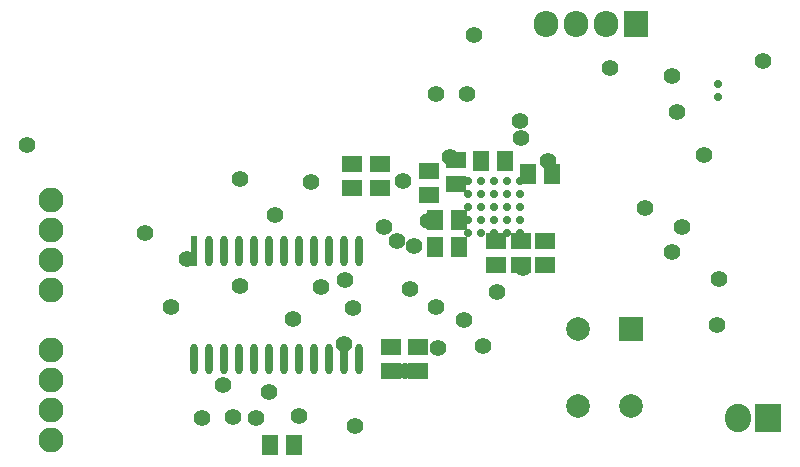
<source format=gbs>
G04*
G04 #@! TF.GenerationSoftware,Altium Limited,Altium Designer,22.2.1 (43)*
G04*
G04 Layer_Color=16711935*
%FSLAX25Y25*%
%MOIN*%
G70*
G04*
G04 #@! TF.SameCoordinates,3A658960-9040-4E96-AE8A-DEED508C0D5D*
G04*
G04*
G04 #@! TF.FilePolarity,Negative*
G04*
G01*
G75*
%ADD37R,0.07100X0.05800*%
%ADD40R,0.05800X0.07100*%
%ADD50R,0.08674X0.09461*%
%ADD51O,0.08674X0.09461*%
%ADD52C,0.07874*%
%ADD53R,0.07874X0.07874*%
%ADD54O,0.08280X0.08674*%
%ADD55R,0.08280X0.08674*%
%ADD56C,0.08280*%
%ADD57C,0.05524*%
%ADD58C,0.02769*%
%ADD73R,0.02389X0.10228*%
G04:AMPARAMS|DCode=74|XSize=102.28mil|YSize=23.89mil|CornerRadius=11.95mil|HoleSize=0mil|Usage=FLASHONLY|Rotation=270.000|XOffset=0mil|YOffset=0mil|HoleType=Round|Shape=RoundedRectangle|*
%AMROUNDEDRECTD74*
21,1,0.10228,0.00000,0,0,270.0*
21,1,0.07839,0.02389,0,0,270.0*
1,1,0.02389,0.00000,-0.03919*
1,1,0.02389,0.00000,0.03919*
1,1,0.02389,0.00000,0.03919*
1,1,0.02389,0.00000,-0.03919*
%
%ADD74ROUNDEDRECTD74*%
D37*
X311811Y178347D02*
D03*
Y170346D02*
D03*
X321260Y170410D02*
D03*
Y178410D02*
D03*
X346457Y179590D02*
D03*
Y171590D02*
D03*
X337402Y168047D02*
D03*
Y176047D02*
D03*
X359842Y144882D02*
D03*
Y152882D02*
D03*
X368110Y144819D02*
D03*
Y152819D02*
D03*
X375984Y144819D02*
D03*
Y152819D02*
D03*
X333858Y117386D02*
D03*
Y109386D02*
D03*
X324803Y117386D02*
D03*
Y109386D02*
D03*
D40*
X354661Y179528D02*
D03*
X362661D02*
D03*
X378410Y175197D02*
D03*
X370409D02*
D03*
X339307Y159843D02*
D03*
X347307D02*
D03*
X339307Y150787D02*
D03*
X347307D02*
D03*
X284583Y84646D02*
D03*
X292583D02*
D03*
D50*
X450394Y93701D02*
D03*
D51*
X440394D02*
D03*
D52*
X404921Y97638D02*
D03*
X387205D02*
D03*
Y123228D02*
D03*
D53*
X404921D02*
D03*
D54*
X376299Y225197D02*
D03*
X386299D02*
D03*
X396299D02*
D03*
D55*
X406299D02*
D03*
D56*
X211417Y136535D02*
D03*
Y146535D02*
D03*
Y156535D02*
D03*
Y166535D02*
D03*
Y86535D02*
D03*
Y96535D02*
D03*
Y106535D02*
D03*
Y116535D02*
D03*
D57*
X274410Y173228D02*
D03*
X328740Y172835D02*
D03*
X298031Y172441D02*
D03*
X292126Y126772D02*
D03*
X309055Y118504D02*
D03*
X284016Y102362D02*
D03*
X301575Y137402D02*
D03*
X256693Y146850D02*
D03*
X429134Y181496D02*
D03*
X421747Y157383D02*
D03*
X377067Y179528D02*
D03*
X279921Y93701D02*
D03*
X294094Y94488D02*
D03*
X286221Y161417D02*
D03*
X242913Y155512D02*
D03*
X274410Y137795D02*
D03*
X309449Y139764D02*
D03*
X349213Y126378D02*
D03*
X339764Y130709D02*
D03*
X331102Y136614D02*
D03*
X340551Y116929D02*
D03*
X329528Y109449D02*
D03*
X418504Y149213D02*
D03*
X434252Y140157D02*
D03*
X352362Y221260D02*
D03*
X350000Y201776D02*
D03*
X203543Y184646D02*
D03*
X418504Y207681D02*
D03*
X448819Y212598D02*
D03*
X420079Y195870D02*
D03*
X433398Y124736D02*
D03*
X367704Y192702D02*
D03*
X368110Y187008D02*
D03*
X326772Y152756D02*
D03*
X322441Y157480D02*
D03*
X332563Y150995D02*
D03*
X337000Y159358D02*
D03*
X359941Y135827D02*
D03*
X397638Y210236D02*
D03*
X375654Y144819D02*
D03*
X339764Y201575D02*
D03*
X355512Y117717D02*
D03*
X368898Y143701D02*
D03*
X409449Y163779D02*
D03*
X311988Y130532D02*
D03*
X251575Y130709D02*
D03*
X261811Y93701D02*
D03*
X272047Y94095D02*
D03*
X312598Y90945D02*
D03*
X268898Y104724D02*
D03*
X344488Y180709D02*
D03*
D58*
X367717Y155512D02*
D03*
X363386D02*
D03*
X359055D02*
D03*
X354724D02*
D03*
X350394D02*
D03*
X367717Y159843D02*
D03*
X363386D02*
D03*
X359055D02*
D03*
X354724D02*
D03*
X350394D02*
D03*
X367717Y164173D02*
D03*
X363386D02*
D03*
X359055D02*
D03*
X354724D02*
D03*
X350394D02*
D03*
X367717Y168504D02*
D03*
X363386D02*
D03*
X359055D02*
D03*
X354724D02*
D03*
X350394D02*
D03*
X367717Y172835D02*
D03*
X363386D02*
D03*
X359055D02*
D03*
X354724D02*
D03*
X350394D02*
D03*
X433858Y200591D02*
D03*
Y204921D02*
D03*
D73*
X258937Y149433D02*
D03*
D74*
X263937D02*
D03*
X268937D02*
D03*
X273937D02*
D03*
X278937D02*
D03*
X283937D02*
D03*
X288937D02*
D03*
X293937D02*
D03*
X298937D02*
D03*
X303937D02*
D03*
X308937D02*
D03*
X313937D02*
D03*
Y113386D02*
D03*
X308937D02*
D03*
X303937D02*
D03*
X298937D02*
D03*
X293937D02*
D03*
X288937D02*
D03*
X283937D02*
D03*
X278937D02*
D03*
X273937D02*
D03*
X268937D02*
D03*
X263937D02*
D03*
X258937D02*
D03*
M02*

</source>
